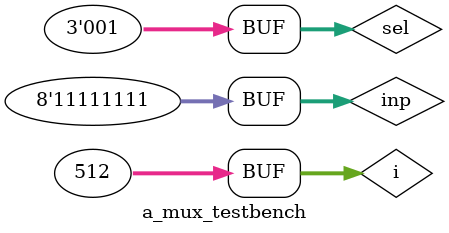
<source format=sv>
`timescale 1ns/10ps

module a_mux8_1(out, inp, sel);
	output logic out;
	input logic [7:0] inp;
	input logic [2:0] sel;
	logic out1, out2;
	
	a_mux4_1 m0(out1, inp[0], inp[1], inp[2], inp[3], sel[0], sel[1]);
	a_mux4_1 m1(out2, inp[4], inp[5], inp[6], inp[7], sel[0], sel[1]);
	
	a_mux2_1 m2(out, out1, out2, sel[2]);
endmodule
	
	
module a_mux_testbench();
   logic out;
	logic [2:0] sel;
	logic [7:0] inp;
	a_mux8_1 dut (out, inp, sel);
	// Try all combinations of inputs.
	integer i;
	initial begin
		for(i = 0; i < 512; i++) begin
			{sel, inp} = i; #1000;
			end
	end
endmodule 
</source>
